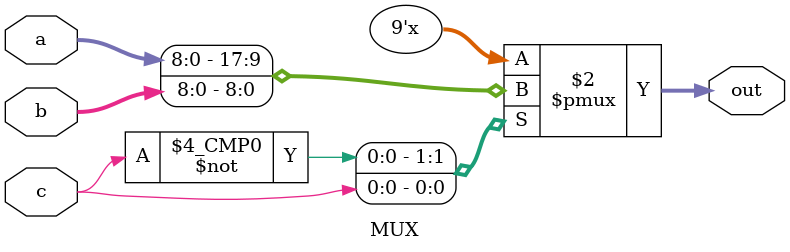
<source format=v>


module GF_ADD_8bit
(
    input [7:0] i_state_1,
    input [7:0] i_state_2,
    output [7:0] o_state
);

assign o_state[0] = i_state_1[0] ^ i_state_2[0];
assign o_state[1] = i_state_1[1] ^ i_state_2[1];
assign o_state[2] = i_state_1[2] ^ i_state_2[2];
assign o_state[3] = i_state_1[3] ^ i_state_2[3];
assign o_state[4] = i_state_1[4] ^ i_state_2[4];
assign o_state[5] = i_state_1[5] ^ i_state_2[5];
assign o_state[6] = i_state_1[6] ^ i_state_2[6];
assign o_state[7] = i_state_1[7] ^ i_state_2[7];

endmodule

module GF_ADD_9bit
(
    input [8:0] i_state_1,
    input [8:0] i_state_2,
    output [8:0] o_state
);

assign o_state[0] = i_state_1[0] ^ i_state_2[0];
assign o_state[1] = i_state_1[1] ^ i_state_2[1];
assign o_state[2] = i_state_1[2] ^ i_state_2[2];
assign o_state[3] = i_state_1[3] ^ i_state_2[3];
assign o_state[4] = i_state_1[4] ^ i_state_2[4];
assign o_state[5] = i_state_1[5] ^ i_state_2[5];
assign o_state[6] = i_state_1[6] ^ i_state_2[6];
assign o_state[7] = i_state_1[7] ^ i_state_2[7];
assign o_state[8] = i_state_1[8] ^ i_state_2[8];

endmodule





module top_GF_Mul
(
    input clk,
    input en,
    input [7:0] i_state_1,
    input [7:0] i_state_2,
    output [7:0] o_state,
    output o_done
);
//instant 0~7
wire [7:0] o_state_0,o_state_1,o_state_2,o_state_3,o_state_4,o_state_5,o_state_6,o_state_7;
wire out_done_0,out_done_1,out_done_2,out_done_3,out_done_4,out_done_5,out_done_6,out_done_7;
GF_Mul u0(clk,en&&i_state_1[0],i_state_1[0],3'b000,i_state_2,o_state_0,out_done_0);
GF_Mul u1(clk,en&&i_state_1[1],i_state_1[1],3'b001,i_state_2,o_state_1,out_done_1);
GF_Mul u2(clk,en&&i_state_1[2],i_state_1[2],3'b010,i_state_2,o_state_2,out_done_2);
GF_Mul u3(clk,en&&i_state_1[3],i_state_1[3],3'b011,i_state_2,o_state_3,out_done_3);
GF_Mul u4(clk,en&&i_state_1[4],i_state_1[4],3'b100,i_state_2,o_state_4,out_done_4);
GF_Mul u5(clk,en&&i_state_1[5],i_state_1[5],3'b101,i_state_2,o_state_5,out_done_5);
GF_Mul u6(clk,en&&i_state_1[6],i_state_1[6],3'b110,i_state_2,o_state_6,out_done_6);
GF_Mul u7(clk,en&&i_state_1[7],i_state_1[7],3'b111,i_state_2,o_state_7,out_done_7);

wire [7:0] c_out_done1,c_out_done2,c_out_done3,c_out_done4,c_out_done5,c_out_done6;
GF_ADD_8bit u8(o_state_0,o_state_1,c_out_done1);
GF_ADD_8bit u9(c_out_done1,o_state_2,c_out_done2);
GF_ADD_8bit u10(c_out_done2,o_state_3,c_out_done3);
GF_ADD_8bit u11(c_out_done3,o_state_4,c_out_done4);
GF_ADD_8bit u12(c_out_done4,o_state_5,c_out_done5);
GF_ADD_8bit u13(c_out_done5,o_state_6,c_out_done6);
GF_ADD_8bit u14(c_out_done6,o_state_7,o_state);

wire cnt_done;
reg [2:0] cnt;
always @(posedge clk) begin
    if(!en) begin
        cnt <= 3'b0;
    end else if(cnt_done) begin
        cnt <= 3'b0;    
    end else begin
        cnt <= cnt +1;
    end
end

assign cnt_done = en && (cnt == 3'b111);
assign o_done = cnt_done;


endmodule


//GF_Mul
module GF_Mul
(
    input clk,
    input en,
    input i_state_1_num,
    input [2:0] i_state_1_cnt,
    input [7:0] i_state_2,
    output reg [7:0] o_state,
    output out_done
);
reg o_done;
reg r_done;
reg [8:0] r_shift_i_state_2;
wire [8:0] w_shift_i_state_2;
wire [8:0] R_w_shift_i_state_2;
reg [2:0] cnt; 
wire shift_done;

always @(posedge clk) begin
   if(!en) begin
       o_state <= 8'b0;
       o_done <= 0;
       r_shift_i_state_2 <= {1'b0,i_state_2};
       cnt <= 3'b0;
   end else if(!i_state_1_num) begin
       o_state <= 8'b0;
       o_done <= 1;
   end else if(!shift_done) begin
        r_shift_i_state_2 <= ( R_w_shift_i_state_2 << 1 );
        cnt <= cnt + 1;
   end else begin
       o_state <= w_shift_i_state_2[7:0];
       o_done <= 1;
       cnt <= 0;
   end
end

always @(posedge clk) begin
    if(o_done == 1) begin
        r_done <= 1'b1;
    end else begin
        r_done <= 1'b0;
    end
end
assign out_done = (o_done ==1) && (r_done == 0); 



assign shift_done = en && (cnt == i_state_1_cnt) ;

wire [8:0] A_shift_i_state_2;
wire w_b;
GF_ADD_9bit u0 (9'b100011011,r_shift_i_state_2,A_shift_i_state_2);
MUX u1 (r_shift_i_state_2,A_shift_i_state_2,r_shift_i_state_2[8],w_shift_i_state_2);
MUX u2(w_shift_i_state_2,{1'b0,i_state_2},cnt==0,R_w_shift_i_state_2);
endmodule

module MUX
(
    input [8:0] a,
    input [8:0] b,
    input c,
    output reg [8:0] out
);
always@(a,b,c) begin
    case(c)
    1'b0 : out = a;
    1'b1 : out = b;
    endcase
end
endmodule
 
    
</source>
